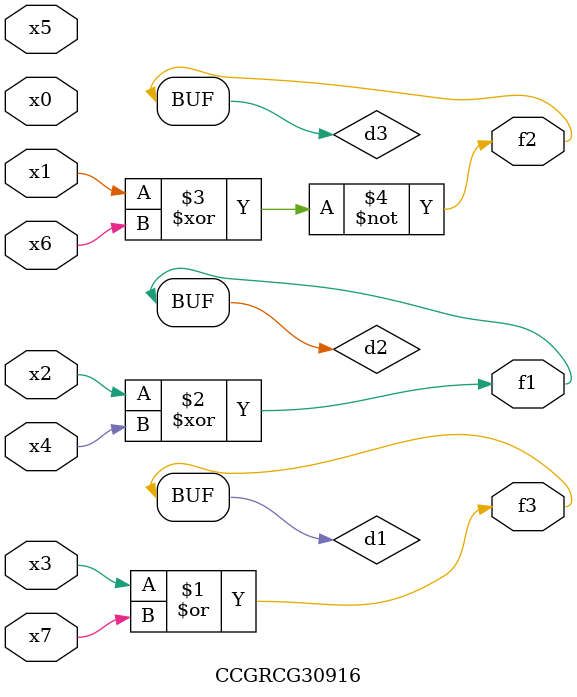
<source format=v>
module CCGRCG30916(
	input x0, x1, x2, x3, x4, x5, x6, x7,
	output f1, f2, f3
);

	wire d1, d2, d3;

	or (d1, x3, x7);
	xor (d2, x2, x4);
	xnor (d3, x1, x6);
	assign f1 = d2;
	assign f2 = d3;
	assign f3 = d1;
endmodule

</source>
